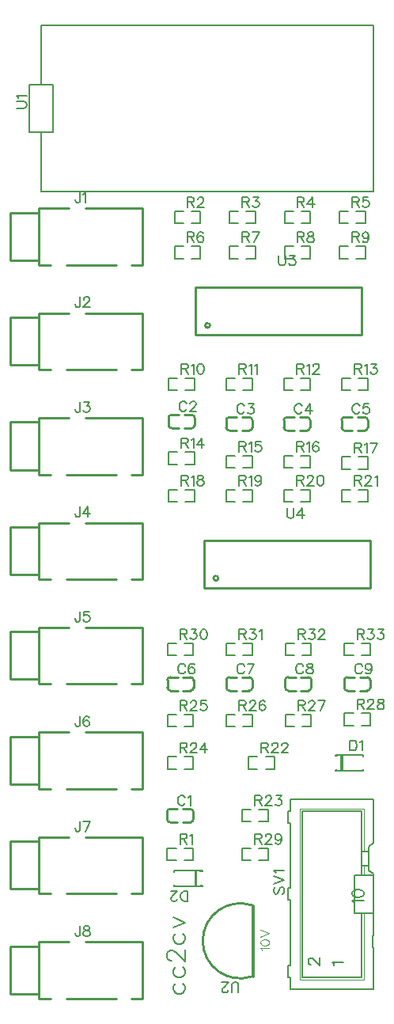
<source format=gto>
G04 Layer: TopSilkscreenLayer*
G04 EasyEDA v6.5.22, 2023-04-13 12:14:21*
G04 8c6dcb5ec9fe4ba2bbc49dbc1e847b49,f016fa541b524367aba1ea0f7d3472e8,10*
G04 Gerber Generator version 0.2*
G04 Scale: 100 percent, Rotated: No, Reflected: No *
G04 Dimensions in millimeters *
G04 leading zeros omitted , absolute positions ,4 integer and 5 decimal *
%FSLAX45Y45*%
%MOMM*%

%ADD10C,0.2032*%
%ADD11C,0.1524*%
%ADD12C,0.1270*%
%ADD13C,0.1000*%
%ADD14C,0.2540*%
%ADD15C,0.1520*%
%ADD16C,0.0508*%
%ADD17C,0.2286*%
%ADD18C,0.0115*%

%LPD*%
D10*
X1474723Y237744D02*
G01*
X1456436Y219455D01*
X1447037Y200913D01*
X1447037Y173228D01*
X1456436Y154686D01*
X1474723Y136144D01*
X1502410Y127000D01*
X1520952Y127000D01*
X1548637Y136144D01*
X1567179Y154686D01*
X1576323Y173228D01*
X1576323Y200913D01*
X1567179Y219455D01*
X1548637Y237744D01*
X1474723Y409702D02*
G01*
X1456436Y391160D01*
X1447037Y372618D01*
X1447037Y344931D01*
X1456436Y326389D01*
X1474723Y308102D01*
X1502410Y298704D01*
X1520952Y298704D01*
X1548637Y308102D01*
X1567179Y326389D01*
X1576323Y344931D01*
X1576323Y372618D01*
X1567179Y391160D01*
X1548637Y409702D01*
X1428750Y479805D02*
G01*
X1419352Y479805D01*
X1400810Y488950D01*
X1391665Y498347D01*
X1382521Y516889D01*
X1382521Y553720D01*
X1391665Y572262D01*
X1400810Y581405D01*
X1419352Y590550D01*
X1437894Y590550D01*
X1456436Y581405D01*
X1484121Y562863D01*
X1576323Y470662D01*
X1576323Y599947D01*
X1474723Y771652D02*
G01*
X1456436Y753110D01*
X1447037Y734821D01*
X1447037Y707136D01*
X1456436Y688594D01*
X1474723Y670052D01*
X1502410Y660907D01*
X1520952Y660907D01*
X1548637Y670052D01*
X1567179Y688594D01*
X1576323Y707136D01*
X1576323Y734821D01*
X1567179Y753110D01*
X1548637Y771652D01*
X1447037Y832612D02*
G01*
X1576323Y887984D01*
X1447037Y943610D02*
G01*
X1576323Y887984D01*
D11*
X1576578Y2223007D02*
G01*
X1571244Y2233421D01*
X1560829Y2243836D01*
X1550670Y2248915D01*
X1529842Y2248915D01*
X1519428Y2243836D01*
X1509013Y2233421D01*
X1503679Y2223007D01*
X1498600Y2207260D01*
X1498600Y2181352D01*
X1503679Y2165857D01*
X1509013Y2155444D01*
X1519428Y2145029D01*
X1529842Y2139950D01*
X1550670Y2139950D01*
X1560829Y2145029D01*
X1571244Y2155444D01*
X1576578Y2165857D01*
X1610868Y2228087D02*
G01*
X1621281Y2233421D01*
X1636776Y2248915D01*
X1636776Y2139950D01*
X1591317Y6439407D02*
G01*
X1585983Y6449821D01*
X1575569Y6460236D01*
X1565409Y6465315D01*
X1544581Y6465315D01*
X1534167Y6460236D01*
X1523753Y6449821D01*
X1518419Y6439407D01*
X1513339Y6423660D01*
X1513339Y6397752D01*
X1518419Y6382257D01*
X1523753Y6371844D01*
X1534167Y6361429D01*
X1544581Y6356350D01*
X1565409Y6356350D01*
X1575569Y6361429D01*
X1585983Y6371844D01*
X1591317Y6382257D01*
X1630687Y6439407D02*
G01*
X1630687Y6444487D01*
X1636021Y6454902D01*
X1641101Y6460236D01*
X1651515Y6465315D01*
X1672343Y6465315D01*
X1682757Y6460236D01*
X1687837Y6454902D01*
X1693171Y6444487D01*
X1693171Y6434073D01*
X1687837Y6423660D01*
X1677423Y6408165D01*
X1625607Y6356350D01*
X1698251Y6356350D01*
X2208705Y6414007D02*
G01*
X2203371Y6424421D01*
X2192957Y6434836D01*
X2182797Y6439915D01*
X2161969Y6439915D01*
X2151555Y6434836D01*
X2141141Y6424421D01*
X2135807Y6414007D01*
X2130727Y6398260D01*
X2130727Y6372352D01*
X2135807Y6356857D01*
X2141141Y6346444D01*
X2151555Y6336029D01*
X2161969Y6330950D01*
X2182797Y6330950D01*
X2192957Y6336029D01*
X2203371Y6346444D01*
X2208705Y6356857D01*
X2253409Y6439915D02*
G01*
X2310559Y6439915D01*
X2279317Y6398260D01*
X2294811Y6398260D01*
X2305225Y6393179D01*
X2310559Y6388100D01*
X2315639Y6372352D01*
X2315639Y6361937D01*
X2310559Y6346444D01*
X2300145Y6336029D01*
X2284397Y6330950D01*
X2268903Y6330950D01*
X2253409Y6336029D01*
X2248075Y6341110D01*
X2242995Y6351523D01*
X2826092Y6414515D02*
G01*
X2820758Y6424929D01*
X2810344Y6435344D01*
X2800184Y6440423D01*
X2779356Y6440423D01*
X2768942Y6435344D01*
X2758528Y6424929D01*
X2753194Y6414515D01*
X2748114Y6398768D01*
X2748114Y6372860D01*
X2753194Y6357365D01*
X2758528Y6346952D01*
X2768942Y6336537D01*
X2779356Y6331457D01*
X2800184Y6331457D01*
X2810344Y6336537D01*
X2820758Y6346952D01*
X2826092Y6357365D01*
X2912198Y6440423D02*
G01*
X2860382Y6367779D01*
X2938360Y6367779D01*
X2912198Y6440423D02*
G01*
X2912198Y6331457D01*
X3443477Y6414515D02*
G01*
X3438143Y6424929D01*
X3427729Y6435344D01*
X3417570Y6440423D01*
X3396741Y6440423D01*
X3386327Y6435344D01*
X3375913Y6424929D01*
X3370579Y6414515D01*
X3365500Y6398768D01*
X3365500Y6372860D01*
X3370579Y6357365D01*
X3375913Y6346952D01*
X3386327Y6336537D01*
X3396741Y6331457D01*
X3417570Y6331457D01*
X3427729Y6336537D01*
X3438143Y6346952D01*
X3443477Y6357365D01*
X3539997Y6440423D02*
G01*
X3488181Y6440423D01*
X3482847Y6393687D01*
X3488181Y6398768D01*
X3503675Y6404102D01*
X3519170Y6404102D01*
X3534918Y6398768D01*
X3545331Y6388607D01*
X3550411Y6372860D01*
X3550411Y6362445D01*
X3545331Y6346952D01*
X3534918Y6336537D01*
X3519170Y6331457D01*
X3503675Y6331457D01*
X3488181Y6336537D01*
X3482847Y6341618D01*
X3477768Y6352031D01*
X1578617Y3632707D02*
G01*
X1573283Y3643121D01*
X1562869Y3653536D01*
X1552709Y3658615D01*
X1531881Y3658615D01*
X1521467Y3653536D01*
X1511053Y3643121D01*
X1505719Y3632707D01*
X1500639Y3616960D01*
X1500639Y3591052D01*
X1505719Y3575557D01*
X1511053Y3565144D01*
X1521467Y3554729D01*
X1531881Y3549650D01*
X1552709Y3549650D01*
X1562869Y3554729D01*
X1573283Y3565144D01*
X1578617Y3575557D01*
X1675137Y3643121D02*
G01*
X1670057Y3653536D01*
X1654309Y3658615D01*
X1644149Y3658615D01*
X1628401Y3653536D01*
X1617987Y3637787D01*
X1612907Y3611879D01*
X1612907Y3585971D01*
X1617987Y3565144D01*
X1628401Y3554729D01*
X1644149Y3549650D01*
X1649229Y3549650D01*
X1664723Y3554729D01*
X1675137Y3565144D01*
X1680471Y3580637D01*
X1680471Y3585971D01*
X1675137Y3601465D01*
X1664723Y3611879D01*
X1649229Y3616960D01*
X1644149Y3616960D01*
X1628401Y3611879D01*
X1617987Y3601465D01*
X1612907Y3585971D01*
X2209213Y3632707D02*
G01*
X2203879Y3643121D01*
X2193465Y3653536D01*
X2183305Y3658615D01*
X2162477Y3658615D01*
X2152063Y3653536D01*
X2141649Y3643121D01*
X2136315Y3632707D01*
X2131235Y3616960D01*
X2131235Y3591052D01*
X2136315Y3575557D01*
X2141649Y3565144D01*
X2152063Y3554729D01*
X2162477Y3549650D01*
X2183305Y3549650D01*
X2193465Y3554729D01*
X2203879Y3565144D01*
X2209213Y3575557D01*
X2316147Y3658615D02*
G01*
X2264331Y3549650D01*
X2243503Y3658615D02*
G01*
X2316147Y3658615D01*
X2839813Y3632707D02*
G01*
X2834479Y3643121D01*
X2824065Y3653536D01*
X2813905Y3658615D01*
X2793077Y3658615D01*
X2782663Y3653536D01*
X2772249Y3643121D01*
X2766915Y3632707D01*
X2761835Y3616960D01*
X2761835Y3591052D01*
X2766915Y3575557D01*
X2772249Y3565144D01*
X2782663Y3554729D01*
X2793077Y3549650D01*
X2813905Y3549650D01*
X2824065Y3554729D01*
X2834479Y3565144D01*
X2839813Y3575557D01*
X2900011Y3658615D02*
G01*
X2884517Y3653536D01*
X2879183Y3643121D01*
X2879183Y3632707D01*
X2884517Y3622294D01*
X2894931Y3616960D01*
X2915505Y3611879D01*
X2931253Y3606800D01*
X2941667Y3596386D01*
X2946747Y3585971D01*
X2946747Y3570223D01*
X2941667Y3559810D01*
X2936333Y3554729D01*
X2920839Y3549650D01*
X2900011Y3549650D01*
X2884517Y3554729D01*
X2879183Y3559810D01*
X2874103Y3570223D01*
X2874103Y3585971D01*
X2879183Y3596386D01*
X2889597Y3606800D01*
X2905345Y3611879D01*
X2925919Y3616960D01*
X2936333Y3622294D01*
X2941667Y3632707D01*
X2941667Y3643121D01*
X2936333Y3653536D01*
X2920839Y3658615D01*
X2900011Y3658615D01*
X3470414Y3632707D02*
G01*
X3465080Y3643121D01*
X3454666Y3653536D01*
X3444506Y3658615D01*
X3423678Y3658615D01*
X3413264Y3653536D01*
X3402850Y3643121D01*
X3397516Y3632707D01*
X3392436Y3616960D01*
X3392436Y3591052D01*
X3397516Y3575557D01*
X3402850Y3565144D01*
X3413264Y3554729D01*
X3423678Y3549650D01*
X3444506Y3549650D01*
X3454666Y3554729D01*
X3465080Y3565144D01*
X3470414Y3575557D01*
X3572268Y3622294D02*
G01*
X3566934Y3606800D01*
X3556520Y3596386D01*
X3541026Y3591052D01*
X3535946Y3591052D01*
X3520198Y3596386D01*
X3509784Y3606800D01*
X3504704Y3622294D01*
X3504704Y3627373D01*
X3509784Y3643121D01*
X3520198Y3653536D01*
X3535946Y3658615D01*
X3541026Y3658615D01*
X3556520Y3653536D01*
X3566934Y3643121D01*
X3572268Y3622294D01*
X3572268Y3596386D01*
X3566934Y3570223D01*
X3556520Y3554729D01*
X3541026Y3549650D01*
X3530612Y3549650D01*
X3515118Y3554729D01*
X3509784Y3565144D01*
X3340100Y2837045D02*
G01*
X3340100Y2728079D01*
X3340100Y2837045D02*
G01*
X3376422Y2837045D01*
X3392170Y2831965D01*
X3402329Y2821551D01*
X3407663Y2811137D01*
X3412743Y2795389D01*
X3412743Y2769481D01*
X3407663Y2753987D01*
X3402329Y2743573D01*
X3392170Y2733159D01*
X3376422Y2728079D01*
X3340100Y2728079D01*
X3447034Y2816217D02*
G01*
X3457447Y2821551D01*
X3473195Y2837045D01*
X3473195Y2728079D01*
X1600200Y1116584D02*
G01*
X1600200Y1225550D01*
X1600200Y1116584D02*
G01*
X1563878Y1116584D01*
X1548129Y1121663D01*
X1537970Y1132078D01*
X1532636Y1142492D01*
X1527555Y1158239D01*
X1527555Y1184147D01*
X1532636Y1199642D01*
X1537970Y1210055D01*
X1548129Y1220470D01*
X1563878Y1225550D01*
X1600200Y1225550D01*
X1487931Y1142492D02*
G01*
X1487931Y1137412D01*
X1482852Y1126997D01*
X1477518Y1121663D01*
X1467104Y1116584D01*
X1446529Y1116584D01*
X1436115Y1121663D01*
X1430781Y1126997D01*
X1425702Y1137412D01*
X1425702Y1147826D01*
X1430781Y1158239D01*
X1441195Y1173734D01*
X1493265Y1225550D01*
X1420368Y1225550D01*
X451370Y8700515D02*
G01*
X451370Y8617458D01*
X446036Y8601710D01*
X440956Y8596629D01*
X430542Y8591550D01*
X420128Y8591550D01*
X409714Y8596629D01*
X404380Y8601710D01*
X399300Y8617458D01*
X399300Y8627871D01*
X485660Y8679687D02*
G01*
X495820Y8685021D01*
X511568Y8700515D01*
X511568Y8591550D01*
X451370Y7579288D02*
G01*
X451370Y7496230D01*
X446036Y7480482D01*
X440956Y7475402D01*
X430542Y7470322D01*
X420128Y7470322D01*
X409714Y7475402D01*
X404380Y7480482D01*
X399300Y7496230D01*
X399300Y7506644D01*
X490740Y7553380D02*
G01*
X490740Y7558460D01*
X495820Y7568874D01*
X501154Y7574208D01*
X511568Y7579288D01*
X532396Y7579288D01*
X542810Y7574208D01*
X547890Y7568874D01*
X552970Y7558460D01*
X552970Y7548046D01*
X547890Y7537632D01*
X537476Y7522138D01*
X485660Y7470322D01*
X558304Y7470322D01*
X451370Y6458064D02*
G01*
X451370Y6375006D01*
X446036Y6359258D01*
X440956Y6354178D01*
X430542Y6349098D01*
X420128Y6349098D01*
X409714Y6354178D01*
X404380Y6359258D01*
X399300Y6375006D01*
X399300Y6385420D01*
X495820Y6458064D02*
G01*
X552970Y6458064D01*
X521982Y6416408D01*
X537476Y6416408D01*
X547890Y6411328D01*
X552970Y6406248D01*
X558304Y6390500D01*
X558304Y6380086D01*
X552970Y6364592D01*
X542810Y6354178D01*
X527062Y6349098D01*
X511568Y6349098D01*
X495820Y6354178D01*
X490740Y6359258D01*
X485660Y6369672D01*
X451370Y5336834D02*
G01*
X451370Y5253776D01*
X446036Y5238028D01*
X440956Y5232948D01*
X430542Y5227868D01*
X420128Y5227868D01*
X409714Y5232948D01*
X404380Y5238028D01*
X399300Y5253776D01*
X399300Y5264190D01*
X537476Y5336834D02*
G01*
X485660Y5264190D01*
X563384Y5264190D01*
X537476Y5336834D02*
G01*
X537476Y5227868D01*
X451370Y4215607D02*
G01*
X451370Y4132549D01*
X446036Y4116801D01*
X440956Y4111721D01*
X430542Y4106641D01*
X420128Y4106641D01*
X409714Y4111721D01*
X404380Y4116801D01*
X399300Y4132549D01*
X399300Y4142963D01*
X547890Y4215607D02*
G01*
X495820Y4215607D01*
X490740Y4168871D01*
X495820Y4173951D01*
X511568Y4179285D01*
X527062Y4179285D01*
X542810Y4173951D01*
X552970Y4163791D01*
X558304Y4148043D01*
X558304Y4137629D01*
X552970Y4122135D01*
X542810Y4111721D01*
X527062Y4106641D01*
X511568Y4106641D01*
X495820Y4111721D01*
X490740Y4116801D01*
X485660Y4127215D01*
X451370Y3094375D02*
G01*
X451370Y3011317D01*
X446036Y2995569D01*
X440956Y2990489D01*
X430542Y2985409D01*
X420128Y2985409D01*
X409714Y2990489D01*
X404380Y2995569D01*
X399300Y3011317D01*
X399300Y3021731D01*
X547890Y3078881D02*
G01*
X542810Y3089295D01*
X527062Y3094375D01*
X516648Y3094375D01*
X501154Y3089295D01*
X490740Y3073547D01*
X485660Y3047639D01*
X485660Y3021731D01*
X490740Y3000903D01*
X501154Y2990489D01*
X516648Y2985409D01*
X521982Y2985409D01*
X537476Y2990489D01*
X547890Y3000903D01*
X552970Y3016397D01*
X552970Y3021731D01*
X547890Y3037225D01*
X537476Y3047639D01*
X521982Y3052719D01*
X516648Y3052719D01*
X501154Y3047639D01*
X490740Y3037225D01*
X485660Y3021731D01*
X451370Y1973148D02*
G01*
X451370Y1890090D01*
X446036Y1874342D01*
X440956Y1869262D01*
X430542Y1864182D01*
X420128Y1864182D01*
X409714Y1869262D01*
X404380Y1874342D01*
X399300Y1890090D01*
X399300Y1900504D01*
X558304Y1973148D02*
G01*
X506234Y1864182D01*
X485660Y1973148D02*
G01*
X558304Y1973148D01*
X451370Y851915D02*
G01*
X451370Y768857D01*
X446036Y753110D01*
X440956Y748029D01*
X430542Y742950D01*
X420128Y742950D01*
X409714Y748029D01*
X404380Y753110D01*
X399300Y768857D01*
X399300Y779271D01*
X511568Y851915D02*
G01*
X495820Y846836D01*
X490740Y836421D01*
X490740Y826007D01*
X495820Y815594D01*
X506234Y810260D01*
X527062Y805179D01*
X542810Y800100D01*
X552970Y789686D01*
X558304Y779271D01*
X558304Y763523D01*
X552970Y753110D01*
X547890Y748029D01*
X532396Y742950D01*
X511568Y742950D01*
X495820Y748029D01*
X490740Y753110D01*
X485660Y763523D01*
X485660Y779271D01*
X490740Y789686D01*
X501154Y800100D01*
X516648Y805179D01*
X537476Y810260D01*
X547890Y815594D01*
X552970Y826007D01*
X552970Y836421D01*
X547890Y846836D01*
X532396Y851915D01*
X511568Y851915D01*
X1521952Y1836165D02*
G01*
X1521952Y1727200D01*
X1521952Y1836165D02*
G01*
X1568688Y1836165D01*
X1584182Y1831086D01*
X1589516Y1825752D01*
X1594596Y1815337D01*
X1594596Y1804923D01*
X1589516Y1794510D01*
X1584182Y1789429D01*
X1568688Y1784350D01*
X1521952Y1784350D01*
X1558274Y1784350D02*
G01*
X1594596Y1727200D01*
X1628886Y1815337D02*
G01*
X1639300Y1820671D01*
X1655048Y1836165D01*
X1655048Y1727200D01*
X1600200Y8649715D02*
G01*
X1600200Y8540750D01*
X1600200Y8649715D02*
G01*
X1646936Y8649715D01*
X1662429Y8644636D01*
X1667763Y8639302D01*
X1672844Y8628887D01*
X1672844Y8618474D01*
X1667763Y8608060D01*
X1662429Y8602979D01*
X1646936Y8597900D01*
X1600200Y8597900D01*
X1636521Y8597900D02*
G01*
X1672844Y8540750D01*
X1712468Y8623808D02*
G01*
X1712468Y8628887D01*
X1717547Y8639302D01*
X1722881Y8644636D01*
X1733295Y8649715D01*
X1753870Y8649715D01*
X1764284Y8644636D01*
X1769618Y8639302D01*
X1774697Y8628887D01*
X1774697Y8618474D01*
X1769618Y8608060D01*
X1759204Y8592565D01*
X1707134Y8540750D01*
X1780031Y8540750D01*
X2188636Y8649715D02*
G01*
X2188636Y8540750D01*
X2188636Y8649715D02*
G01*
X2235372Y8649715D01*
X2250866Y8644636D01*
X2256200Y8639302D01*
X2261280Y8628887D01*
X2261280Y8618474D01*
X2256200Y8608060D01*
X2250866Y8602979D01*
X2235372Y8597900D01*
X2188636Y8597900D01*
X2224958Y8597900D02*
G01*
X2261280Y8540750D01*
X2305984Y8649715D02*
G01*
X2363134Y8649715D01*
X2332146Y8608060D01*
X2347640Y8608060D01*
X2358054Y8602979D01*
X2363134Y8597900D01*
X2368468Y8582152D01*
X2368468Y8571737D01*
X2363134Y8556244D01*
X2352720Y8545829D01*
X2337226Y8540750D01*
X2321732Y8540750D01*
X2305984Y8545829D01*
X2300904Y8550910D01*
X2295570Y8561324D01*
X2777063Y8649715D02*
G01*
X2777063Y8540750D01*
X2777063Y8649715D02*
G01*
X2823799Y8649715D01*
X2839293Y8644636D01*
X2844627Y8639302D01*
X2849707Y8628887D01*
X2849707Y8618474D01*
X2844627Y8608060D01*
X2839293Y8602979D01*
X2823799Y8597900D01*
X2777063Y8597900D01*
X2813385Y8597900D02*
G01*
X2849707Y8540750D01*
X2936067Y8649715D02*
G01*
X2883997Y8577071D01*
X2961975Y8577071D01*
X2936067Y8649715D02*
G01*
X2936067Y8540750D01*
X3365500Y8649715D02*
G01*
X3365500Y8540750D01*
X3365500Y8649715D02*
G01*
X3412236Y8649715D01*
X3427729Y8644636D01*
X3433063Y8639302D01*
X3438143Y8628887D01*
X3438143Y8618474D01*
X3433063Y8608060D01*
X3427729Y8602979D01*
X3412236Y8597900D01*
X3365500Y8597900D01*
X3401822Y8597900D02*
G01*
X3438143Y8540750D01*
X3534918Y8649715D02*
G01*
X3482847Y8649715D01*
X3477768Y8602979D01*
X3482847Y8608060D01*
X3498595Y8613394D01*
X3514090Y8613394D01*
X3529584Y8608060D01*
X3539997Y8597900D01*
X3545331Y8582152D01*
X3545331Y8571737D01*
X3539997Y8556244D01*
X3529584Y8545829D01*
X3514090Y8540750D01*
X3498595Y8540750D01*
X3482847Y8545829D01*
X3477768Y8550910D01*
X3472434Y8561324D01*
X1600200Y8275065D02*
G01*
X1600200Y8166100D01*
X1600200Y8275065D02*
G01*
X1646936Y8275065D01*
X1662429Y8269986D01*
X1667763Y8264652D01*
X1672844Y8254237D01*
X1672844Y8243823D01*
X1667763Y8233410D01*
X1662429Y8228329D01*
X1646936Y8223250D01*
X1600200Y8223250D01*
X1636521Y8223250D02*
G01*
X1672844Y8166100D01*
X1769618Y8259571D02*
G01*
X1764284Y8269986D01*
X1748789Y8275065D01*
X1738376Y8275065D01*
X1722881Y8269986D01*
X1712468Y8254237D01*
X1707134Y8228329D01*
X1707134Y8202421D01*
X1712468Y8181594D01*
X1722881Y8171179D01*
X1738376Y8166100D01*
X1743710Y8166100D01*
X1759204Y8171179D01*
X1769618Y8181594D01*
X1774697Y8197087D01*
X1774697Y8202421D01*
X1769618Y8217915D01*
X1759204Y8228329D01*
X1743710Y8233410D01*
X1738376Y8233410D01*
X1722881Y8228329D01*
X1712468Y8217915D01*
X1707134Y8202421D01*
X2188634Y8275065D02*
G01*
X2188634Y8166100D01*
X2188634Y8275065D02*
G01*
X2235370Y8275065D01*
X2250864Y8269986D01*
X2256198Y8264652D01*
X2261278Y8254237D01*
X2261278Y8243823D01*
X2256198Y8233410D01*
X2250864Y8228329D01*
X2235370Y8223250D01*
X2188634Y8223250D01*
X2224956Y8223250D02*
G01*
X2261278Y8166100D01*
X2368466Y8275065D02*
G01*
X2316396Y8166100D01*
X2295568Y8275065D02*
G01*
X2368466Y8275065D01*
X2777065Y8275065D02*
G01*
X2777065Y8166100D01*
X2777065Y8275065D02*
G01*
X2823801Y8275065D01*
X2839295Y8269986D01*
X2844629Y8264652D01*
X2849709Y8254237D01*
X2849709Y8243823D01*
X2844629Y8233410D01*
X2839295Y8228329D01*
X2823801Y8223250D01*
X2777065Y8223250D01*
X2813387Y8223250D02*
G01*
X2849709Y8166100D01*
X2910161Y8275065D02*
G01*
X2894413Y8269986D01*
X2889333Y8259571D01*
X2889333Y8249158D01*
X2894413Y8238744D01*
X2904827Y8233410D01*
X2925655Y8228329D01*
X2941149Y8223250D01*
X2951563Y8212836D01*
X2956897Y8202421D01*
X2956897Y8186673D01*
X2951563Y8176260D01*
X2946483Y8171179D01*
X2930735Y8166100D01*
X2910161Y8166100D01*
X2894413Y8171179D01*
X2889333Y8176260D01*
X2883999Y8186673D01*
X2883999Y8202421D01*
X2889333Y8212836D01*
X2899747Y8223250D01*
X2915241Y8228329D01*
X2936069Y8233410D01*
X2946483Y8238744D01*
X2951563Y8249158D01*
X2951563Y8259571D01*
X2946483Y8269986D01*
X2930735Y8275065D01*
X2910161Y8275065D01*
X3365500Y8275065D02*
G01*
X3365500Y8166100D01*
X3365500Y8275065D02*
G01*
X3412236Y8275065D01*
X3427729Y8269986D01*
X3433063Y8264652D01*
X3438143Y8254237D01*
X3438143Y8243823D01*
X3433063Y8233410D01*
X3427729Y8228329D01*
X3412236Y8223250D01*
X3365500Y8223250D01*
X3401822Y8223250D02*
G01*
X3438143Y8166100D01*
X3539997Y8238744D02*
G01*
X3534918Y8223250D01*
X3524504Y8212836D01*
X3509009Y8207502D01*
X3503675Y8207502D01*
X3488181Y8212836D01*
X3477768Y8223250D01*
X3472434Y8238744D01*
X3472434Y8243823D01*
X3477768Y8259571D01*
X3488181Y8269986D01*
X3503675Y8275065D01*
X3509009Y8275065D01*
X3524504Y8269986D01*
X3534918Y8259571D01*
X3539997Y8238744D01*
X3539997Y8212836D01*
X3534918Y8186673D01*
X3524504Y8171179D01*
X3509009Y8166100D01*
X3498595Y8166100D01*
X3482847Y8171179D01*
X3477768Y8181594D01*
X1536700Y6865365D02*
G01*
X1536700Y6756400D01*
X1536700Y6865365D02*
G01*
X1583436Y6865365D01*
X1598929Y6860286D01*
X1604263Y6854952D01*
X1609344Y6844537D01*
X1609344Y6834123D01*
X1604263Y6823710D01*
X1598929Y6818629D01*
X1583436Y6813550D01*
X1536700Y6813550D01*
X1573021Y6813550D02*
G01*
X1609344Y6756400D01*
X1643634Y6844537D02*
G01*
X1654047Y6849871D01*
X1669795Y6865365D01*
X1669795Y6756400D01*
X1735073Y6865365D02*
G01*
X1719579Y6860286D01*
X1709165Y6844537D01*
X1704086Y6818629D01*
X1704086Y6803136D01*
X1709165Y6776973D01*
X1719579Y6761479D01*
X1735073Y6756400D01*
X1745487Y6756400D01*
X1761236Y6761479D01*
X1771650Y6776973D01*
X1776729Y6803136D01*
X1776729Y6818629D01*
X1771650Y6844537D01*
X1761236Y6860286D01*
X1745487Y6865365D01*
X1735073Y6865365D01*
X2154936Y6865365D02*
G01*
X2154936Y6756400D01*
X2154936Y6865365D02*
G01*
X2201672Y6865365D01*
X2217165Y6860286D01*
X2222500Y6854952D01*
X2227579Y6844537D01*
X2227579Y6834123D01*
X2222500Y6823710D01*
X2217165Y6818629D01*
X2201672Y6813550D01*
X2154936Y6813550D01*
X2191258Y6813550D02*
G01*
X2227579Y6756400D01*
X2261870Y6844537D02*
G01*
X2272284Y6849871D01*
X2288031Y6865365D01*
X2288031Y6756400D01*
X2322322Y6844537D02*
G01*
X2332736Y6849871D01*
X2348229Y6865365D01*
X2348229Y6756400D01*
X2773159Y6865365D02*
G01*
X2773159Y6756400D01*
X2773159Y6865365D02*
G01*
X2819895Y6865365D01*
X2835389Y6860286D01*
X2840723Y6854952D01*
X2845803Y6844537D01*
X2845803Y6834123D01*
X2840723Y6823710D01*
X2835389Y6818629D01*
X2819895Y6813550D01*
X2773159Y6813550D01*
X2809481Y6813550D02*
G01*
X2845803Y6756400D01*
X2880093Y6844537D02*
G01*
X2890507Y6849871D01*
X2906255Y6865365D01*
X2906255Y6756400D01*
X2945625Y6839458D02*
G01*
X2945625Y6844537D01*
X2950959Y6854952D01*
X2956039Y6860286D01*
X2966453Y6865365D01*
X2987281Y6865365D01*
X2997695Y6860286D01*
X3002775Y6854952D01*
X3008109Y6844537D01*
X3008109Y6834123D01*
X3002775Y6823710D01*
X2992361Y6808215D01*
X2940545Y6756400D01*
X3013189Y6756400D01*
X3391395Y6865365D02*
G01*
X3391395Y6756400D01*
X3391395Y6865365D02*
G01*
X3438131Y6865365D01*
X3453625Y6860286D01*
X3458959Y6854952D01*
X3464039Y6844537D01*
X3464039Y6834123D01*
X3458959Y6823710D01*
X3453625Y6818629D01*
X3438131Y6813550D01*
X3391395Y6813550D01*
X3427717Y6813550D02*
G01*
X3464039Y6756400D01*
X3498329Y6844537D02*
G01*
X3508743Y6849871D01*
X3524491Y6865365D01*
X3524491Y6756400D01*
X3569195Y6865365D02*
G01*
X3626345Y6865365D01*
X3595103Y6823710D01*
X3610597Y6823710D01*
X3621011Y6818629D01*
X3626345Y6813550D01*
X3631425Y6797802D01*
X3631425Y6787387D01*
X3626345Y6771894D01*
X3615931Y6761479D01*
X3600183Y6756400D01*
X3584689Y6756400D01*
X3569195Y6761479D01*
X3563861Y6766560D01*
X3558781Y6776973D01*
X1536700Y6071615D02*
G01*
X1536700Y5962650D01*
X1536700Y6071615D02*
G01*
X1583436Y6071615D01*
X1598929Y6066536D01*
X1604263Y6061202D01*
X1609344Y6050787D01*
X1609344Y6040373D01*
X1604263Y6029960D01*
X1598929Y6024879D01*
X1583436Y6019800D01*
X1536700Y6019800D01*
X1573021Y6019800D02*
G01*
X1609344Y5962650D01*
X1643634Y6050787D02*
G01*
X1654047Y6056121D01*
X1669795Y6071615D01*
X1669795Y5962650D01*
X1755902Y6071615D02*
G01*
X1704086Y5998971D01*
X1781810Y5998971D01*
X1755902Y6071615D02*
G01*
X1755902Y5962650D01*
X2154930Y6033515D02*
G01*
X2154930Y5924550D01*
X2154930Y6033515D02*
G01*
X2201666Y6033515D01*
X2217160Y6028436D01*
X2222494Y6023102D01*
X2227574Y6012687D01*
X2227574Y6002273D01*
X2222494Y5991860D01*
X2217160Y5986779D01*
X2201666Y5981700D01*
X2154930Y5981700D01*
X2191252Y5981700D02*
G01*
X2227574Y5924550D01*
X2261864Y6012687D02*
G01*
X2272278Y6018021D01*
X2288026Y6033515D01*
X2288026Y5924550D01*
X2384546Y6033515D02*
G01*
X2332730Y6033515D01*
X2327396Y5986779D01*
X2332730Y5991860D01*
X2348224Y5997194D01*
X2363718Y5997194D01*
X2379466Y5991860D01*
X2389880Y5981700D01*
X2394960Y5965952D01*
X2394960Y5955537D01*
X2389880Y5940044D01*
X2379466Y5929629D01*
X2363718Y5924550D01*
X2348224Y5924550D01*
X2332730Y5929629D01*
X2327396Y5934710D01*
X2322316Y5945123D01*
X2773164Y6033515D02*
G01*
X2773164Y5924550D01*
X2773164Y6033515D02*
G01*
X2819900Y6033515D01*
X2835394Y6028436D01*
X2840728Y6023102D01*
X2845808Y6012687D01*
X2845808Y6002273D01*
X2840728Y5991860D01*
X2835394Y5986779D01*
X2819900Y5981700D01*
X2773164Y5981700D01*
X2809486Y5981700D02*
G01*
X2845808Y5924550D01*
X2880098Y6012687D02*
G01*
X2890512Y6018021D01*
X2906260Y6033515D01*
X2906260Y5924550D01*
X3002780Y6018021D02*
G01*
X2997700Y6028436D01*
X2981952Y6033515D01*
X2971538Y6033515D01*
X2956044Y6028436D01*
X2945630Y6012687D01*
X2940550Y5986779D01*
X2940550Y5960871D01*
X2945630Y5940044D01*
X2956044Y5929629D01*
X2971538Y5924550D01*
X2976872Y5924550D01*
X2992366Y5929629D01*
X3002780Y5940044D01*
X3008114Y5955537D01*
X3008114Y5960871D01*
X3002780Y5976365D01*
X2992366Y5986779D01*
X2976872Y5991860D01*
X2971538Y5991860D01*
X2956044Y5986779D01*
X2945630Y5976365D01*
X2940550Y5960871D01*
X3391395Y6020815D02*
G01*
X3391395Y5911850D01*
X3391395Y6020815D02*
G01*
X3438131Y6020815D01*
X3453625Y6015736D01*
X3458959Y6010402D01*
X3464039Y5999987D01*
X3464039Y5989573D01*
X3458959Y5979160D01*
X3453625Y5974079D01*
X3438131Y5969000D01*
X3391395Y5969000D01*
X3427717Y5969000D02*
G01*
X3464039Y5911850D01*
X3498329Y5999987D02*
G01*
X3508743Y6005321D01*
X3524491Y6020815D01*
X3524491Y5911850D01*
X3631425Y6020815D02*
G01*
X3579355Y5911850D01*
X3558781Y6020815D02*
G01*
X3631425Y6020815D01*
X1536700Y5672073D02*
G01*
X1536700Y5563107D01*
X1536700Y5672073D02*
G01*
X1583436Y5672073D01*
X1598929Y5666994D01*
X1604263Y5661660D01*
X1609344Y5651245D01*
X1609344Y5640831D01*
X1604263Y5630418D01*
X1598929Y5625337D01*
X1583436Y5620257D01*
X1536700Y5620257D01*
X1573021Y5620257D02*
G01*
X1609344Y5563107D01*
X1643634Y5651245D02*
G01*
X1654047Y5656579D01*
X1669795Y5672073D01*
X1669795Y5563107D01*
X1729994Y5672073D02*
G01*
X1714500Y5666994D01*
X1709165Y5656579D01*
X1709165Y5646165D01*
X1714500Y5635752D01*
X1724660Y5630418D01*
X1745487Y5625337D01*
X1761236Y5620257D01*
X1771650Y5609844D01*
X1776729Y5599429D01*
X1776729Y5583681D01*
X1771650Y5573268D01*
X1766315Y5568187D01*
X1750821Y5563107D01*
X1729994Y5563107D01*
X1714500Y5568187D01*
X1709165Y5573268D01*
X1704086Y5583681D01*
X1704086Y5599429D01*
X1709165Y5609844D01*
X1719579Y5620257D01*
X1735073Y5625337D01*
X1755902Y5630418D01*
X1766315Y5635752D01*
X1771650Y5646165D01*
X1771650Y5656579D01*
X1766315Y5666994D01*
X1750821Y5672073D01*
X1729994Y5672073D01*
X2154936Y5672073D02*
G01*
X2154936Y5563107D01*
X2154936Y5672073D02*
G01*
X2201672Y5672073D01*
X2217165Y5666994D01*
X2222500Y5661660D01*
X2227579Y5651245D01*
X2227579Y5640831D01*
X2222500Y5630418D01*
X2217165Y5625337D01*
X2201672Y5620257D01*
X2154936Y5620257D01*
X2191258Y5620257D02*
G01*
X2227579Y5563107D01*
X2261870Y5651245D02*
G01*
X2272284Y5656579D01*
X2288031Y5672073D01*
X2288031Y5563107D01*
X2389886Y5635752D02*
G01*
X2384552Y5620257D01*
X2374138Y5609844D01*
X2358643Y5604510D01*
X2353309Y5604510D01*
X2337815Y5609844D01*
X2327402Y5620257D01*
X2322322Y5635752D01*
X2322322Y5640831D01*
X2327402Y5656579D01*
X2337815Y5666994D01*
X2353309Y5672073D01*
X2358643Y5672073D01*
X2374138Y5666994D01*
X2384552Y5656579D01*
X2389886Y5635752D01*
X2389886Y5609844D01*
X2384552Y5583681D01*
X2374138Y5568187D01*
X2358643Y5563107D01*
X2348229Y5563107D01*
X2332736Y5568187D01*
X2327402Y5578602D01*
X2773159Y5672073D02*
G01*
X2773159Y5563107D01*
X2773159Y5672073D02*
G01*
X2819895Y5672073D01*
X2835389Y5666994D01*
X2840723Y5661660D01*
X2845803Y5651245D01*
X2845803Y5640831D01*
X2840723Y5630418D01*
X2835389Y5625337D01*
X2819895Y5620257D01*
X2773159Y5620257D01*
X2809481Y5620257D02*
G01*
X2845803Y5563107D01*
X2885427Y5646165D02*
G01*
X2885427Y5651245D01*
X2890507Y5661660D01*
X2895841Y5666994D01*
X2906255Y5672073D01*
X2926829Y5672073D01*
X2937243Y5666994D01*
X2942577Y5661660D01*
X2947657Y5651245D01*
X2947657Y5640831D01*
X2942577Y5630418D01*
X2932163Y5614923D01*
X2880093Y5563107D01*
X2952991Y5563107D01*
X3018269Y5672073D02*
G01*
X3002775Y5666994D01*
X2992361Y5651245D01*
X2987281Y5625337D01*
X2987281Y5609844D01*
X2992361Y5583681D01*
X3002775Y5568187D01*
X3018269Y5563107D01*
X3028683Y5563107D01*
X3044431Y5568187D01*
X3054845Y5583681D01*
X3059925Y5609844D01*
X3059925Y5625337D01*
X3054845Y5651245D01*
X3044431Y5666994D01*
X3028683Y5672073D01*
X3018269Y5672073D01*
X3391395Y5672073D02*
G01*
X3391395Y5563107D01*
X3391395Y5672073D02*
G01*
X3438131Y5672073D01*
X3453625Y5666994D01*
X3458959Y5661660D01*
X3464039Y5651245D01*
X3464039Y5640831D01*
X3458959Y5630418D01*
X3453625Y5625337D01*
X3438131Y5620257D01*
X3391395Y5620257D01*
X3427717Y5620257D02*
G01*
X3464039Y5563107D01*
X3503663Y5646165D02*
G01*
X3503663Y5651245D01*
X3508743Y5661660D01*
X3514077Y5666994D01*
X3524491Y5672073D01*
X3545065Y5672073D01*
X3555479Y5666994D01*
X3560813Y5661660D01*
X3565893Y5651245D01*
X3565893Y5640831D01*
X3560813Y5630418D01*
X3550399Y5614923D01*
X3498329Y5563107D01*
X3571227Y5563107D01*
X3605517Y5651245D02*
G01*
X3615931Y5656579D01*
X3631425Y5672073D01*
X3631425Y5563107D01*
X2392934Y2811645D02*
G01*
X2392934Y2702679D01*
X2392934Y2811645D02*
G01*
X2439670Y2811645D01*
X2455163Y2806565D01*
X2460497Y2801231D01*
X2465577Y2790817D01*
X2465577Y2780403D01*
X2460497Y2769989D01*
X2455163Y2764909D01*
X2439670Y2759829D01*
X2392934Y2759829D01*
X2429256Y2759829D02*
G01*
X2465577Y2702679D01*
X2505202Y2785737D02*
G01*
X2505202Y2790817D01*
X2510281Y2801231D01*
X2515615Y2806565D01*
X2526029Y2811645D01*
X2546604Y2811645D01*
X2557018Y2806565D01*
X2562352Y2801231D01*
X2567431Y2790817D01*
X2567431Y2780403D01*
X2562352Y2769989D01*
X2551938Y2754495D01*
X2499868Y2702679D01*
X2572765Y2702679D01*
X2612136Y2785737D02*
G01*
X2612136Y2790817D01*
X2617470Y2801231D01*
X2622550Y2806565D01*
X2632963Y2811645D01*
X2653791Y2811645D01*
X2664206Y2806565D01*
X2669286Y2801231D01*
X2674620Y2790817D01*
X2674620Y2780403D01*
X2669286Y2769989D01*
X2658872Y2754495D01*
X2607056Y2702679D01*
X2679700Y2702679D01*
X2324100Y2248915D02*
G01*
X2324100Y2139950D01*
X2324100Y2248915D02*
G01*
X2370836Y2248915D01*
X2386329Y2243836D01*
X2391663Y2238502D01*
X2396743Y2228087D01*
X2396743Y2217673D01*
X2391663Y2207260D01*
X2386329Y2202179D01*
X2370836Y2197100D01*
X2324100Y2197100D01*
X2360422Y2197100D02*
G01*
X2396743Y2139950D01*
X2436368Y2223007D02*
G01*
X2436368Y2228087D01*
X2441447Y2238502D01*
X2446781Y2243836D01*
X2457195Y2248915D01*
X2477770Y2248915D01*
X2488184Y2243836D01*
X2493518Y2238502D01*
X2498597Y2228087D01*
X2498597Y2217673D01*
X2493518Y2207260D01*
X2483104Y2191765D01*
X2431034Y2139950D01*
X2503931Y2139950D01*
X2548636Y2248915D02*
G01*
X2605786Y2248915D01*
X2574543Y2207260D01*
X2590038Y2207260D01*
X2600452Y2202179D01*
X2605786Y2197100D01*
X2610865Y2181352D01*
X2610865Y2170937D01*
X2605786Y2155444D01*
X2595372Y2145029D01*
X2579624Y2139950D01*
X2564129Y2139950D01*
X2548636Y2145029D01*
X2543302Y2150110D01*
X2538222Y2160523D01*
X1524000Y2811645D02*
G01*
X1524000Y2702679D01*
X1524000Y2811645D02*
G01*
X1570736Y2811645D01*
X1586229Y2806565D01*
X1591563Y2801231D01*
X1596644Y2790817D01*
X1596644Y2780403D01*
X1591563Y2769989D01*
X1586229Y2764909D01*
X1570736Y2759829D01*
X1524000Y2759829D01*
X1560321Y2759829D02*
G01*
X1596644Y2702679D01*
X1636268Y2785737D02*
G01*
X1636268Y2790817D01*
X1641347Y2801231D01*
X1646681Y2806565D01*
X1657095Y2811645D01*
X1677670Y2811645D01*
X1688084Y2806565D01*
X1693418Y2801231D01*
X1698497Y2790817D01*
X1698497Y2780403D01*
X1693418Y2769989D01*
X1683004Y2754495D01*
X1630934Y2702679D01*
X1703831Y2702679D01*
X1789937Y2811645D02*
G01*
X1738121Y2739001D01*
X1816100Y2739001D01*
X1789937Y2811645D02*
G01*
X1789937Y2702679D01*
X1524000Y3264915D02*
G01*
X1524000Y3155950D01*
X1524000Y3264915D02*
G01*
X1570736Y3264915D01*
X1586229Y3259836D01*
X1591563Y3254502D01*
X1596644Y3244087D01*
X1596644Y3233673D01*
X1591563Y3223260D01*
X1586229Y3218179D01*
X1570736Y3213100D01*
X1524000Y3213100D01*
X1560321Y3213100D02*
G01*
X1596644Y3155950D01*
X1636268Y3239007D02*
G01*
X1636268Y3244087D01*
X1641347Y3254502D01*
X1646681Y3259836D01*
X1657095Y3264915D01*
X1677670Y3264915D01*
X1688084Y3259836D01*
X1693418Y3254502D01*
X1698497Y3244087D01*
X1698497Y3233673D01*
X1693418Y3223260D01*
X1683004Y3207765D01*
X1630934Y3155950D01*
X1703831Y3155950D01*
X1800352Y3264915D02*
G01*
X1748536Y3264915D01*
X1743202Y3218179D01*
X1748536Y3223260D01*
X1764029Y3228594D01*
X1779523Y3228594D01*
X1795271Y3223260D01*
X1805686Y3213100D01*
X1810765Y3197352D01*
X1810765Y3186937D01*
X1805686Y3171444D01*
X1795271Y3161029D01*
X1779523Y3155950D01*
X1764029Y3155950D01*
X1748536Y3161029D01*
X1743202Y3166110D01*
X1738121Y3176523D01*
X2155449Y3264915D02*
G01*
X2155449Y3155950D01*
X2155449Y3264915D02*
G01*
X2202185Y3264915D01*
X2217679Y3259836D01*
X2223013Y3254502D01*
X2228093Y3244087D01*
X2228093Y3233673D01*
X2223013Y3223260D01*
X2217679Y3218179D01*
X2202185Y3213100D01*
X2155449Y3213100D01*
X2191771Y3213100D02*
G01*
X2228093Y3155950D01*
X2267717Y3239007D02*
G01*
X2267717Y3244087D01*
X2272797Y3254502D01*
X2278131Y3259836D01*
X2288545Y3264915D01*
X2309119Y3264915D01*
X2319533Y3259836D01*
X2324867Y3254502D01*
X2329947Y3244087D01*
X2329947Y3233673D01*
X2324867Y3223260D01*
X2314453Y3207765D01*
X2262383Y3155950D01*
X2335281Y3155950D01*
X2431801Y3249421D02*
G01*
X2426721Y3259836D01*
X2410973Y3264915D01*
X2400559Y3264915D01*
X2385065Y3259836D01*
X2374651Y3244087D01*
X2369571Y3218179D01*
X2369571Y3192271D01*
X2374651Y3171444D01*
X2385065Y3161029D01*
X2400559Y3155950D01*
X2405893Y3155950D01*
X2421387Y3161029D01*
X2431801Y3171444D01*
X2437135Y3186937D01*
X2437135Y3192271D01*
X2431801Y3207765D01*
X2421387Y3218179D01*
X2405893Y3223260D01*
X2400559Y3223260D01*
X2385065Y3218179D01*
X2374651Y3207765D01*
X2369571Y3192271D01*
X2786885Y3264915D02*
G01*
X2786885Y3155950D01*
X2786885Y3264915D02*
G01*
X2833621Y3264915D01*
X2849115Y3259836D01*
X2854449Y3254502D01*
X2859529Y3244087D01*
X2859529Y3233673D01*
X2854449Y3223260D01*
X2849115Y3218179D01*
X2833621Y3213100D01*
X2786885Y3213100D01*
X2823207Y3213100D02*
G01*
X2859529Y3155950D01*
X2899153Y3239007D02*
G01*
X2899153Y3244087D01*
X2904233Y3254502D01*
X2909567Y3259836D01*
X2919981Y3264915D01*
X2940555Y3264915D01*
X2950969Y3259836D01*
X2956303Y3254502D01*
X2961383Y3244087D01*
X2961383Y3233673D01*
X2956303Y3223260D01*
X2945889Y3207765D01*
X2893819Y3155950D01*
X2966717Y3155950D01*
X3073651Y3264915D02*
G01*
X3021835Y3155950D01*
X3001007Y3264915D02*
G01*
X3073651Y3264915D01*
X3418334Y3277615D02*
G01*
X3418334Y3168650D01*
X3418334Y3277615D02*
G01*
X3465070Y3277615D01*
X3480564Y3272536D01*
X3485898Y3267202D01*
X3490978Y3256787D01*
X3490978Y3246373D01*
X3485898Y3235960D01*
X3480564Y3230879D01*
X3465070Y3225800D01*
X3418334Y3225800D01*
X3454656Y3225800D02*
G01*
X3490978Y3168650D01*
X3530602Y3251707D02*
G01*
X3530602Y3256787D01*
X3535682Y3267202D01*
X3541016Y3272536D01*
X3551430Y3277615D01*
X3572004Y3277615D01*
X3582418Y3272536D01*
X3587752Y3267202D01*
X3592832Y3256787D01*
X3592832Y3246373D01*
X3587752Y3235960D01*
X3577338Y3220465D01*
X3525268Y3168650D01*
X3598166Y3168650D01*
X3658364Y3277615D02*
G01*
X3642870Y3272536D01*
X3637536Y3262121D01*
X3637536Y3251707D01*
X3642870Y3241294D01*
X3653284Y3235960D01*
X3673858Y3230879D01*
X3689606Y3225800D01*
X3700020Y3215386D01*
X3705100Y3204971D01*
X3705100Y3189223D01*
X3700020Y3178810D01*
X3694686Y3173729D01*
X3679192Y3168650D01*
X3658364Y3168650D01*
X3642870Y3173729D01*
X3637536Y3178810D01*
X3632456Y3189223D01*
X3632456Y3204971D01*
X3637536Y3215386D01*
X3647950Y3225800D01*
X3663444Y3230879D01*
X3684272Y3235960D01*
X3694686Y3241294D01*
X3700020Y3251707D01*
X3700020Y3262121D01*
X3694686Y3272536D01*
X3679192Y3277615D01*
X3658364Y3277615D01*
X2324100Y1836165D02*
G01*
X2324100Y1727200D01*
X2324100Y1836165D02*
G01*
X2370836Y1836165D01*
X2386329Y1831086D01*
X2391663Y1825752D01*
X2396743Y1815337D01*
X2396743Y1804923D01*
X2391663Y1794510D01*
X2386329Y1789429D01*
X2370836Y1784350D01*
X2324100Y1784350D01*
X2360422Y1784350D02*
G01*
X2396743Y1727200D01*
X2436368Y1810257D02*
G01*
X2436368Y1815337D01*
X2441447Y1825752D01*
X2446781Y1831086D01*
X2457195Y1836165D01*
X2477770Y1836165D01*
X2488184Y1831086D01*
X2493518Y1825752D01*
X2498597Y1815337D01*
X2498597Y1804923D01*
X2493518Y1794510D01*
X2483104Y1779015D01*
X2431034Y1727200D01*
X2503931Y1727200D01*
X2605786Y1799844D02*
G01*
X2600452Y1784350D01*
X2590038Y1773936D01*
X2574543Y1768602D01*
X2569209Y1768602D01*
X2553715Y1773936D01*
X2543302Y1784350D01*
X2538222Y1799844D01*
X2538222Y1804923D01*
X2543302Y1820671D01*
X2553715Y1831086D01*
X2569209Y1836165D01*
X2574543Y1836165D01*
X2590038Y1831086D01*
X2600452Y1820671D01*
X2605786Y1799844D01*
X2605786Y1773936D01*
X2600452Y1747773D01*
X2590038Y1732279D01*
X2574543Y1727200D01*
X2564129Y1727200D01*
X2548636Y1732279D01*
X2543302Y1742694D01*
X1524000Y4026915D02*
G01*
X1524000Y3917950D01*
X1524000Y4026915D02*
G01*
X1570736Y4026915D01*
X1586229Y4021836D01*
X1591563Y4016502D01*
X1596644Y4006087D01*
X1596644Y3995673D01*
X1591563Y3985260D01*
X1586229Y3980179D01*
X1570736Y3975100D01*
X1524000Y3975100D01*
X1560321Y3975100D02*
G01*
X1596644Y3917950D01*
X1641347Y4026915D02*
G01*
X1698497Y4026915D01*
X1667510Y3985260D01*
X1683004Y3985260D01*
X1693418Y3980179D01*
X1698497Y3975100D01*
X1703831Y3959352D01*
X1703831Y3948937D01*
X1698497Y3933444D01*
X1688084Y3923029D01*
X1672589Y3917950D01*
X1657095Y3917950D01*
X1641347Y3923029D01*
X1636268Y3928110D01*
X1630934Y3938523D01*
X1769110Y4026915D02*
G01*
X1753615Y4021836D01*
X1743202Y4006087D01*
X1738121Y3980179D01*
X1738121Y3964686D01*
X1743202Y3938523D01*
X1753615Y3923029D01*
X1769110Y3917950D01*
X1779523Y3917950D01*
X1795271Y3923029D01*
X1805686Y3938523D01*
X1810765Y3964686D01*
X1810765Y3980179D01*
X1805686Y4006087D01*
X1795271Y4021836D01*
X1779523Y4026915D01*
X1769110Y4026915D01*
X2155443Y4026915D02*
G01*
X2155443Y3917950D01*
X2155443Y4026915D02*
G01*
X2202179Y4026915D01*
X2217674Y4021836D01*
X2223008Y4016502D01*
X2228088Y4006087D01*
X2228088Y3995673D01*
X2223008Y3985260D01*
X2217674Y3980179D01*
X2202179Y3975100D01*
X2155443Y3975100D01*
X2191765Y3975100D02*
G01*
X2228088Y3917950D01*
X2272791Y4026915D02*
G01*
X2329941Y4026915D01*
X2298954Y3985260D01*
X2314447Y3985260D01*
X2324861Y3980179D01*
X2329941Y3975100D01*
X2335275Y3959352D01*
X2335275Y3948937D01*
X2329941Y3933444D01*
X2319527Y3923029D01*
X2304034Y3917950D01*
X2288540Y3917950D01*
X2272791Y3923029D01*
X2267711Y3928110D01*
X2262377Y3938523D01*
X2369565Y4006087D02*
G01*
X2379979Y4011421D01*
X2395474Y4026915D01*
X2395474Y3917950D01*
X2786890Y4026915D02*
G01*
X2786890Y3917950D01*
X2786890Y4026915D02*
G01*
X2833626Y4026915D01*
X2849120Y4021836D01*
X2854454Y4016502D01*
X2859534Y4006087D01*
X2859534Y3995673D01*
X2854454Y3985260D01*
X2849120Y3980179D01*
X2833626Y3975100D01*
X2786890Y3975100D01*
X2823212Y3975100D02*
G01*
X2859534Y3917950D01*
X2904238Y4026915D02*
G01*
X2961388Y4026915D01*
X2930400Y3985260D01*
X2945894Y3985260D01*
X2956308Y3980179D01*
X2961388Y3975100D01*
X2966722Y3959352D01*
X2966722Y3948937D01*
X2961388Y3933444D01*
X2950974Y3923029D01*
X2935480Y3917950D01*
X2919986Y3917950D01*
X2904238Y3923029D01*
X2899158Y3928110D01*
X2893824Y3938523D01*
X3006092Y4001007D02*
G01*
X3006092Y4006087D01*
X3011426Y4016502D01*
X3016506Y4021836D01*
X3026920Y4026915D01*
X3047748Y4026915D01*
X3058162Y4021836D01*
X3063242Y4016502D01*
X3068576Y4006087D01*
X3068576Y3995673D01*
X3063242Y3985260D01*
X3052828Y3969765D01*
X3001012Y3917950D01*
X3073656Y3917950D01*
X3418334Y4026915D02*
G01*
X3418334Y3917950D01*
X3418334Y4026915D02*
G01*
X3465070Y4026915D01*
X3480564Y4021836D01*
X3485898Y4016502D01*
X3490978Y4006087D01*
X3490978Y3995673D01*
X3485898Y3985260D01*
X3480564Y3980179D01*
X3465070Y3975100D01*
X3418334Y3975100D01*
X3454656Y3975100D02*
G01*
X3490978Y3917950D01*
X3535682Y4026915D02*
G01*
X3592832Y4026915D01*
X3561844Y3985260D01*
X3577338Y3985260D01*
X3587752Y3980179D01*
X3592832Y3975100D01*
X3598166Y3959352D01*
X3598166Y3948937D01*
X3592832Y3933444D01*
X3582418Y3923029D01*
X3566924Y3917950D01*
X3551430Y3917950D01*
X3535682Y3923029D01*
X3530602Y3928110D01*
X3525268Y3938523D01*
X3642870Y4026915D02*
G01*
X3700020Y4026915D01*
X3668778Y3985260D01*
X3684272Y3985260D01*
X3694686Y3980179D01*
X3700020Y3975100D01*
X3705100Y3959352D01*
X3705100Y3948937D01*
X3700020Y3933444D01*
X3689606Y3923029D01*
X3673858Y3917950D01*
X3658364Y3917950D01*
X3642870Y3923029D01*
X3637536Y3928110D01*
X3632456Y3938523D01*
X2541777Y1266444D02*
G01*
X2531363Y1256029D01*
X2526284Y1240536D01*
X2526284Y1219707D01*
X2531363Y1204213D01*
X2541777Y1193800D01*
X2552191Y1193800D01*
X2562606Y1198879D01*
X2567940Y1204213D01*
X2573020Y1214628D01*
X2583434Y1245870D01*
X2588513Y1256029D01*
X2593847Y1261363D01*
X2604261Y1266444D01*
X2619756Y1266444D01*
X2630170Y1256029D01*
X2635250Y1240536D01*
X2635250Y1219707D01*
X2630170Y1204213D01*
X2619756Y1193800D01*
X2526284Y1300734D02*
G01*
X2635250Y1342389D01*
X2526284Y1384045D02*
G01*
X2635250Y1342389D01*
X2547111Y1418336D02*
G01*
X2541777Y1428750D01*
X2526284Y1444244D01*
X2635250Y1444244D01*
D12*
X3387343Y1092200D02*
G01*
X3381756Y1103629D01*
X3364229Y1121155D01*
X3485641Y1121155D01*
X3364229Y1193800D02*
G01*
X3370072Y1176528D01*
X3387343Y1164844D01*
X3416300Y1159255D01*
X3433572Y1159255D01*
X3462527Y1164844D01*
X3479800Y1176528D01*
X3485641Y1193800D01*
X3485641Y1205229D01*
X3479800Y1222755D01*
X3462527Y1234186D01*
X3433572Y1240028D01*
X3416300Y1240028D01*
X3387343Y1234186D01*
X3370072Y1222755D01*
X3364229Y1205229D01*
X3364229Y1193800D01*
X3171443Y431800D02*
G01*
X3165856Y443229D01*
X3148329Y460755D01*
X3269741Y460755D01*
X2923286Y437642D02*
G01*
X2917443Y437642D01*
X2906013Y443229D01*
X2900172Y449071D01*
X2894329Y460755D01*
X2894329Y483870D01*
X2900172Y495300D01*
X2906013Y501142D01*
X2917443Y506729D01*
X2929127Y506729D01*
X2940558Y501142D01*
X2957829Y489457D01*
X3015741Y431800D01*
X3015741Y512571D01*
D11*
X-229615Y9601200D02*
G01*
X-151637Y9601200D01*
X-136144Y9606279D01*
X-125729Y9616694D01*
X-120650Y9632442D01*
X-120650Y9642855D01*
X-125729Y9658350D01*
X-136144Y9668763D01*
X-151637Y9673844D01*
X-229615Y9673844D01*
X-208787Y9708134D02*
G01*
X-214121Y9718547D01*
X-229615Y9734295D01*
X-120650Y9734295D01*
X2146300Y138684D02*
G01*
X2146300Y216662D01*
X2141220Y232155D01*
X2130806Y242570D01*
X2115058Y247650D01*
X2104643Y247650D01*
X2089150Y242570D01*
X2078736Y232155D01*
X2073656Y216662D01*
X2073656Y138684D01*
X2034031Y164592D02*
G01*
X2034031Y159512D01*
X2028952Y149097D01*
X2023618Y143763D01*
X2013204Y138684D01*
X1992629Y138684D01*
X1982215Y143763D01*
X1976881Y149097D01*
X1971802Y159512D01*
X1971802Y169926D01*
X1976881Y180339D01*
X1987295Y195834D01*
X2039365Y247650D01*
X1966468Y247650D01*
D13*
X2400071Y590575D02*
G01*
X2395499Y599719D01*
X2382037Y613181D01*
X2477287Y613181D01*
X2382037Y670585D02*
G01*
X2386609Y656869D01*
X2400071Y647725D01*
X2422931Y643407D01*
X2436393Y643407D01*
X2459253Y647725D01*
X2472969Y656869D01*
X2477287Y670585D01*
X2477287Y679729D01*
X2472969Y693191D01*
X2459253Y702335D01*
X2436393Y706907D01*
X2422931Y706907D01*
X2400071Y702335D01*
X2386609Y693191D01*
X2382037Y679729D01*
X2382037Y670585D01*
X2382037Y736879D02*
G01*
X2477287Y773201D01*
X2382037Y809777D02*
G01*
X2477287Y773201D01*
D11*
X2578100Y8027415D02*
G01*
X2578100Y7949437D01*
X2583179Y7933944D01*
X2593593Y7923529D01*
X2609341Y7918450D01*
X2619756Y7918450D01*
X2635250Y7923529D01*
X2645663Y7933944D01*
X2650743Y7949437D01*
X2650743Y8027415D01*
X2695447Y8027415D02*
G01*
X2752597Y8027415D01*
X2721609Y7985760D01*
X2737104Y7985760D01*
X2747518Y7980679D01*
X2752597Y7975600D01*
X2757931Y7959852D01*
X2757931Y7949437D01*
X2752597Y7933944D01*
X2742184Y7923529D01*
X2726690Y7918450D01*
X2711195Y7918450D01*
X2695447Y7923529D01*
X2690368Y7928610D01*
X2685034Y7939023D01*
X2667000Y5322315D02*
G01*
X2667000Y5244337D01*
X2672079Y5228844D01*
X2682493Y5218429D01*
X2698241Y5213350D01*
X2708656Y5213350D01*
X2724150Y5218429D01*
X2734563Y5228844D01*
X2739643Y5244337D01*
X2739643Y5322315D01*
X2826004Y5322315D02*
G01*
X2773934Y5249671D01*
X2851911Y5249671D01*
X2826004Y5322315D02*
G01*
X2826004Y5213350D01*
D14*
X1663001Y2071977D02*
G01*
X1663001Y1991974D01*
X1552026Y2102962D02*
G01*
X1632023Y2102962D01*
X1552026Y1960996D02*
G01*
X1632023Y1960996D01*
X1494436Y2103544D02*
G01*
X1414437Y2103544D01*
X1383454Y2072561D02*
G01*
X1383454Y1992563D01*
X1494436Y1961583D02*
G01*
X1414437Y1961583D01*
X1677741Y6288377D02*
G01*
X1677741Y6208374D01*
X1566765Y6319362D02*
G01*
X1646763Y6319362D01*
X1566765Y6177396D02*
G01*
X1646763Y6177396D01*
X1509176Y6319944D02*
G01*
X1429176Y6319944D01*
X1398193Y6288961D02*
G01*
X1398193Y6208963D01*
X1509176Y6177983D02*
G01*
X1429176Y6177983D01*
X2295128Y6262977D02*
G01*
X2295128Y6182974D01*
X2184153Y6293962D02*
G01*
X2264150Y6293962D01*
X2184153Y6151996D02*
G01*
X2264150Y6151996D01*
X2126564Y6294544D02*
G01*
X2046564Y6294544D01*
X2015581Y6263561D02*
G01*
X2015581Y6183563D01*
X2126564Y6152583D02*
G01*
X2046564Y6152583D01*
X2912516Y6263485D02*
G01*
X2912516Y6183482D01*
X2801541Y6294470D02*
G01*
X2881538Y6294470D01*
X2801541Y6152504D02*
G01*
X2881538Y6152504D01*
X2743951Y6295052D02*
G01*
X2663952Y6295052D01*
X2632969Y6264069D02*
G01*
X2632969Y6184071D01*
X2743951Y6153091D02*
G01*
X2663952Y6153091D01*
X3529901Y6263485D02*
G01*
X3529901Y6183482D01*
X3418926Y6294470D02*
G01*
X3498923Y6294470D01*
X3418926Y6152504D02*
G01*
X3498923Y6152504D01*
X3361336Y6295052D02*
G01*
X3281337Y6295052D01*
X3250354Y6264069D02*
G01*
X3250354Y6184071D01*
X3361336Y6153091D02*
G01*
X3281337Y6153091D01*
X1665041Y3481677D02*
G01*
X1665041Y3401674D01*
X1554065Y3512662D02*
G01*
X1634063Y3512662D01*
X1554065Y3370696D02*
G01*
X1634063Y3370696D01*
X1496476Y3513244D02*
G01*
X1416476Y3513244D01*
X1385493Y3482261D02*
G01*
X1385493Y3402263D01*
X1496476Y3371283D02*
G01*
X1416476Y3371283D01*
X2295636Y3481677D02*
G01*
X2295636Y3401674D01*
X2184661Y3512662D02*
G01*
X2264658Y3512662D01*
X2184661Y3370696D02*
G01*
X2264658Y3370696D01*
X2127072Y3513244D02*
G01*
X2047072Y3513244D01*
X2016089Y3482261D02*
G01*
X2016089Y3402263D01*
X2127072Y3371283D02*
G01*
X2047072Y3371283D01*
X2926237Y3481677D02*
G01*
X2926237Y3401674D01*
X2815262Y3512662D02*
G01*
X2895259Y3512662D01*
X2815262Y3370696D02*
G01*
X2895259Y3370696D01*
X2757672Y3513244D02*
G01*
X2677673Y3513244D01*
X2646690Y3482261D02*
G01*
X2646690Y3402263D01*
X2757672Y3371283D02*
G01*
X2677673Y3371283D01*
X3556838Y3481677D02*
G01*
X3556838Y3401674D01*
X3445863Y3512662D02*
G01*
X3525860Y3512662D01*
X3445863Y3370696D02*
G01*
X3525860Y3370696D01*
X3388273Y3513244D02*
G01*
X3308273Y3513244D01*
X3277290Y3482261D02*
G01*
X3277290Y3402263D01*
X3388273Y3371283D02*
G01*
X3308273Y3371283D01*
D15*
X3182099Y2519215D02*
G01*
X3199483Y2519215D01*
X3182099Y2670243D02*
G01*
X3199483Y2670243D01*
X3182099Y2670243D02*
G01*
X3182099Y2681348D01*
X3199483Y2681348D01*
X3199483Y2508110D02*
G01*
X3182099Y2508110D01*
X3182099Y2519215D01*
X3199483Y2519215D02*
G01*
X3199483Y2508110D01*
X3199483Y2681348D02*
G01*
X3199483Y2670243D01*
X3257387Y2681348D02*
G01*
X3257387Y2508110D01*
D11*
X3243099Y2681348D02*
G01*
X3243099Y2508110D01*
X3199483Y2681348D02*
G01*
X3480716Y2681348D01*
X3480716Y2681348D02*
G01*
X3480716Y2664548D01*
X3199483Y2508110D02*
G01*
X3480716Y2508110D01*
X3480716Y2508110D02*
G01*
X3480716Y2524909D01*
D15*
X1758200Y1434414D02*
G01*
X1740816Y1434414D01*
X1758200Y1283385D02*
G01*
X1740816Y1283385D01*
X1758200Y1283385D02*
G01*
X1758200Y1272280D01*
X1740816Y1272280D01*
X1740816Y1445519D02*
G01*
X1758200Y1445519D01*
X1758200Y1434414D01*
X1740816Y1434414D02*
G01*
X1740816Y1445519D01*
X1740816Y1272280D02*
G01*
X1740816Y1283385D01*
X1682912Y1272280D02*
G01*
X1682912Y1445519D01*
D11*
X1697200Y1272280D02*
G01*
X1697200Y1445519D01*
X1740816Y1272280D02*
G01*
X1459583Y1272280D01*
X1459583Y1272280D02*
G01*
X1459583Y1289080D01*
X1740816Y1445519D02*
G01*
X1459583Y1445519D01*
X1459583Y1445519D02*
G01*
X1459583Y1428719D01*
D14*
X139606Y7924800D02*
G01*
X11501Y7924800D01*
X839607Y7924800D02*
G01*
X303395Y7924800D01*
X508901Y8529599D02*
G01*
X1117602Y8529599D01*
X1117602Y7924800D01*
X1003396Y7924800D01*
X11501Y8529599D02*
G01*
X334098Y8529599D01*
X11501Y8484575D02*
G01*
X-292097Y8484575D01*
X-292097Y7975600D01*
X11501Y7975600D01*
X11501Y8529599D02*
G01*
X11501Y7929600D01*
X139606Y6803572D02*
G01*
X11501Y6803572D01*
X839607Y6803572D02*
G01*
X303395Y6803572D01*
X508901Y7408372D02*
G01*
X1117602Y7408372D01*
X1117602Y6803572D01*
X1003396Y6803572D01*
X11501Y7408372D02*
G01*
X334098Y7408372D01*
X11501Y7363348D02*
G01*
X-292097Y7363348D01*
X-292097Y6854372D01*
X11501Y6854372D01*
X11501Y7408372D02*
G01*
X11501Y6808373D01*
X139606Y5682348D02*
G01*
X11501Y5682348D01*
X839607Y5682348D02*
G01*
X303395Y5682348D01*
X508901Y6287147D02*
G01*
X1117602Y6287147D01*
X1117602Y5682348D01*
X1003396Y5682348D01*
X11501Y6287147D02*
G01*
X334098Y6287147D01*
X11501Y6242123D02*
G01*
X-292097Y6242123D01*
X-292097Y5733148D01*
X11501Y5733148D01*
X11501Y6287147D02*
G01*
X11501Y5687148D01*
X139606Y4561118D02*
G01*
X11501Y4561118D01*
X839607Y4561118D02*
G01*
X303395Y4561118D01*
X508901Y5165918D02*
G01*
X1117602Y5165918D01*
X1117602Y4561118D01*
X1003396Y4561118D01*
X11501Y5165918D02*
G01*
X334098Y5165918D01*
X11501Y5120894D02*
G01*
X-292097Y5120894D01*
X-292097Y4611918D01*
X11501Y4611918D01*
X11501Y5165918D02*
G01*
X11501Y4565919D01*
X139606Y3439891D02*
G01*
X11501Y3439891D01*
X839607Y3439891D02*
G01*
X303395Y3439891D01*
X508901Y4044690D02*
G01*
X1117602Y4044690D01*
X1117602Y3439891D01*
X1003396Y3439891D01*
X11501Y4044690D02*
G01*
X334098Y4044690D01*
X11501Y3999666D02*
G01*
X-292097Y3999666D01*
X-292097Y3490691D01*
X11501Y3490691D01*
X11501Y4044690D02*
G01*
X11501Y3444692D01*
X139606Y2318659D02*
G01*
X11501Y2318659D01*
X839607Y2318659D02*
G01*
X303395Y2318659D01*
X508901Y2923458D02*
G01*
X1117602Y2923458D01*
X1117602Y2318659D01*
X1003396Y2318659D01*
X11501Y2923458D02*
G01*
X334098Y2923458D01*
X11501Y2878434D02*
G01*
X-292097Y2878434D01*
X-292097Y2369459D01*
X11501Y2369459D01*
X11501Y2923458D02*
G01*
X11501Y2323459D01*
X139606Y1197432D02*
G01*
X11501Y1197432D01*
X839607Y1197432D02*
G01*
X303395Y1197432D01*
X508901Y1802231D02*
G01*
X1117602Y1802231D01*
X1117602Y1197432D01*
X1003396Y1197432D01*
X11501Y1802231D02*
G01*
X334098Y1802231D01*
X11501Y1757207D02*
G01*
X-292097Y1757207D01*
X-292097Y1248232D01*
X11501Y1248232D01*
X11501Y1802231D02*
G01*
X11501Y1202232D01*
X139606Y76200D02*
G01*
X11501Y76200D01*
X839607Y76200D02*
G01*
X303395Y76200D01*
X508901Y680999D02*
G01*
X1117602Y680999D01*
X1117602Y76200D01*
X1003396Y76200D01*
X11501Y680999D02*
G01*
X334098Y680999D01*
X11501Y635975D02*
G01*
X-292097Y635975D01*
X-292097Y127000D01*
X11501Y127000D01*
X11501Y680999D02*
G01*
X11501Y81000D01*
D11*
X1564573Y1553189D02*
G01*
X1660461Y1553189D01*
X1660461Y1685310D01*
X1564573Y1685310D01*
X1479331Y1553189D02*
G01*
X1383444Y1553189D01*
X1383444Y1685310D01*
X1479331Y1685310D01*
X1642821Y8366739D02*
G01*
X1738708Y8366739D01*
X1738708Y8498860D01*
X1642821Y8498860D01*
X1557578Y8366739D02*
G01*
X1461691Y8366739D01*
X1461691Y8498860D01*
X1557578Y8498860D01*
X2231257Y8366739D02*
G01*
X2327145Y8366739D01*
X2327145Y8498860D01*
X2231257Y8498860D01*
X2146015Y8366739D02*
G01*
X2050127Y8366739D01*
X2050127Y8498860D01*
X2146015Y8498860D01*
X2819684Y8366739D02*
G01*
X2915572Y8366739D01*
X2915572Y8498860D01*
X2819684Y8498860D01*
X2734442Y8366739D02*
G01*
X2638554Y8366739D01*
X2638554Y8498860D01*
X2734442Y8498860D01*
X3408121Y8366739D02*
G01*
X3504008Y8366739D01*
X3504008Y8498860D01*
X3408121Y8498860D01*
X3322878Y8366739D02*
G01*
X3226991Y8366739D01*
X3226991Y8498860D01*
X3322878Y8498860D01*
X1642821Y7992089D02*
G01*
X1738708Y7992089D01*
X1738708Y8124210D01*
X1642821Y8124210D01*
X1557578Y7992089D02*
G01*
X1461691Y7992089D01*
X1461691Y8124210D01*
X1557578Y8124210D01*
X2231255Y7992089D02*
G01*
X2327142Y7992089D01*
X2327142Y8124210D01*
X2231255Y8124210D01*
X2146012Y7992089D02*
G01*
X2050125Y7992089D01*
X2050125Y8124210D01*
X2146012Y8124210D01*
X2819687Y7992089D02*
G01*
X2915574Y7992089D01*
X2915574Y8124210D01*
X2819687Y8124210D01*
X2734444Y7992089D02*
G01*
X2638557Y7992089D01*
X2638557Y8124210D01*
X2734444Y8124210D01*
X3408121Y7992089D02*
G01*
X3504008Y7992089D01*
X3504008Y8124210D01*
X3408121Y8124210D01*
X3322878Y7992089D02*
G01*
X3226991Y7992089D01*
X3226991Y8124210D01*
X3322878Y8124210D01*
X1579321Y6582389D02*
G01*
X1675208Y6582389D01*
X1675208Y6714510D01*
X1579321Y6714510D01*
X1494078Y6582389D02*
G01*
X1398191Y6582389D01*
X1398191Y6714510D01*
X1494078Y6714510D01*
X2197557Y6582389D02*
G01*
X2293444Y6582389D01*
X2293444Y6714510D01*
X2197557Y6714510D01*
X2112314Y6582389D02*
G01*
X2016427Y6582389D01*
X2016427Y6714510D01*
X2112314Y6714510D01*
X2815780Y6582389D02*
G01*
X2911668Y6582389D01*
X2911668Y6714510D01*
X2815780Y6714510D01*
X2730538Y6582389D02*
G01*
X2634650Y6582389D01*
X2634650Y6714510D01*
X2730538Y6714510D01*
X3434016Y6582389D02*
G01*
X3529904Y6582389D01*
X3529904Y6714510D01*
X3434016Y6714510D01*
X3348774Y6582389D02*
G01*
X3252886Y6582389D01*
X3252886Y6714510D01*
X3348774Y6714510D01*
X1579321Y5788639D02*
G01*
X1675208Y5788639D01*
X1675208Y5920760D01*
X1579321Y5920760D01*
X1494078Y5788639D02*
G01*
X1398191Y5788639D01*
X1398191Y5920760D01*
X1494078Y5920760D01*
X2197552Y5750539D02*
G01*
X2293439Y5750539D01*
X2293439Y5882660D01*
X2197552Y5882660D01*
X2112309Y5750539D02*
G01*
X2016422Y5750539D01*
X2016422Y5882660D01*
X2112309Y5882660D01*
X2815785Y5750539D02*
G01*
X2911673Y5750539D01*
X2911673Y5882660D01*
X2815785Y5882660D01*
X2730543Y5750539D02*
G01*
X2634655Y5750539D01*
X2634655Y5882660D01*
X2730543Y5882660D01*
X3434016Y5737839D02*
G01*
X3529904Y5737839D01*
X3529904Y5869960D01*
X3434016Y5869960D01*
X3348774Y5737839D02*
G01*
X3252886Y5737839D01*
X3252886Y5869960D01*
X3348774Y5869960D01*
X1579321Y5389097D02*
G01*
X1675208Y5389097D01*
X1675208Y5521218D01*
X1579321Y5521218D01*
X1494078Y5389097D02*
G01*
X1398191Y5389097D01*
X1398191Y5521218D01*
X1494078Y5521218D01*
X2197557Y5389097D02*
G01*
X2293444Y5389097D01*
X2293444Y5521218D01*
X2197557Y5521218D01*
X2112314Y5389097D02*
G01*
X2016427Y5389097D01*
X2016427Y5521218D01*
X2112314Y5521218D01*
X2815780Y5389097D02*
G01*
X2911668Y5389097D01*
X2911668Y5521218D01*
X2815780Y5521218D01*
X2730538Y5389097D02*
G01*
X2634650Y5389097D01*
X2634650Y5521218D01*
X2730538Y5521218D01*
X3434016Y5389097D02*
G01*
X3529904Y5389097D01*
X3529904Y5521218D01*
X3434016Y5521218D01*
X3348774Y5389097D02*
G01*
X3252886Y5389097D01*
X3252886Y5521218D01*
X3348774Y5521218D01*
X2435555Y2528669D02*
G01*
X2531442Y2528669D01*
X2531442Y2660789D01*
X2435555Y2660789D01*
X2350312Y2528669D02*
G01*
X2254425Y2528669D01*
X2254425Y2660789D01*
X2350312Y2660789D01*
X2366721Y1965939D02*
G01*
X2462608Y1965939D01*
X2462608Y2098060D01*
X2366721Y2098060D01*
X2281478Y1965939D02*
G01*
X2185591Y1965939D01*
X2185591Y2098060D01*
X2281478Y2098060D01*
X1566621Y2528669D02*
G01*
X1662508Y2528669D01*
X1662508Y2660789D01*
X1566621Y2660789D01*
X1481378Y2528669D02*
G01*
X1385491Y2528669D01*
X1385491Y2660789D01*
X1481378Y2660789D01*
X1566621Y2981939D02*
G01*
X1662508Y2981939D01*
X1662508Y3114060D01*
X1566621Y3114060D01*
X1481378Y2981939D02*
G01*
X1385491Y2981939D01*
X1385491Y3114060D01*
X1481378Y3114060D01*
X2198070Y2981939D02*
G01*
X2293957Y2981939D01*
X2293957Y3114060D01*
X2198070Y3114060D01*
X2112827Y2981939D02*
G01*
X2016940Y2981939D01*
X2016940Y3114060D01*
X2112827Y3114060D01*
X2829506Y2981939D02*
G01*
X2925394Y2981939D01*
X2925394Y3114060D01*
X2829506Y3114060D01*
X2744264Y2981939D02*
G01*
X2648376Y2981939D01*
X2648376Y3114060D01*
X2744264Y3114060D01*
X3460955Y2994639D02*
G01*
X3556843Y2994639D01*
X3556843Y3126760D01*
X3460955Y3126760D01*
X3375713Y2994639D02*
G01*
X3279825Y2994639D01*
X3279825Y3126760D01*
X3375713Y3126760D01*
X2366721Y1553189D02*
G01*
X2462608Y1553189D01*
X2462608Y1685310D01*
X2366721Y1685310D01*
X2281478Y1553189D02*
G01*
X2185591Y1553189D01*
X2185591Y1685310D01*
X2281478Y1685310D01*
X1566621Y3743939D02*
G01*
X1662508Y3743939D01*
X1662508Y3876060D01*
X1566621Y3876060D01*
X1481378Y3743939D02*
G01*
X1385491Y3743939D01*
X1385491Y3876060D01*
X1481378Y3876060D01*
X2198065Y3743939D02*
G01*
X2293952Y3743939D01*
X2293952Y3876060D01*
X2198065Y3876060D01*
X2112822Y3743939D02*
G01*
X2016935Y3743939D01*
X2016935Y3876060D01*
X2112822Y3876060D01*
X2829511Y3743939D02*
G01*
X2925399Y3743939D01*
X2925399Y3876060D01*
X2829511Y3876060D01*
X2744269Y3743939D02*
G01*
X2648381Y3743939D01*
X2648381Y3876060D01*
X2744269Y3876060D01*
X3460955Y3743939D02*
G01*
X3556843Y3743939D01*
X3556843Y3876060D01*
X3460955Y3876060D01*
X3375713Y3743939D02*
G01*
X3279825Y3743939D01*
X3279825Y3876060D01*
X3375713Y3876060D01*
X3543300Y1651000D02*
G01*
X3543300Y1701800D01*
X3594100Y1739900D01*
X3594100Y2209800D01*
X2705100Y2209800D01*
X2705100Y2082800D01*
X2679700Y2082800D01*
X2679700Y1955800D01*
X2705100Y1955800D01*
X2705100Y1257300D01*
X2679700Y1257300D01*
X2679700Y1130300D01*
X2705100Y1130300D01*
X2705100Y431800D01*
X2679700Y431800D01*
X2679700Y304800D01*
X2705100Y304800D01*
X2705100Y177800D01*
X3594100Y177800D01*
X3594100Y622300D01*
X3581400Y622300D01*
X3581400Y749300D01*
X3594100Y749300D01*
X3594100Y990600D01*
X3492500Y990600D01*
X3467100Y990600D01*
X3467100Y304800D01*
X2832100Y304800D01*
X2832100Y2082800D01*
X3467100Y2082800D01*
X3467100Y1651000D01*
X3492500Y1651000D01*
X3543300Y1651000D01*
X3543300Y1498600D01*
X3492500Y1498600D01*
X3467100Y1498600D01*
X3467100Y1397000D01*
X3390900Y1397000D01*
X3390900Y990600D01*
X3467100Y990600D01*
X3467100Y1397000D02*
G01*
X3492500Y1397000D01*
X3594100Y1397000D01*
X3594100Y1409700D01*
X3543300Y1447800D01*
X3543300Y1498600D01*
X3594100Y1397000D02*
G01*
X3594100Y990600D01*
X3467100Y1651000D02*
G01*
X3467100Y1498600D01*
D16*
X3492500Y1498600D02*
G01*
X3492500Y1397000D01*
X3492500Y1651000D02*
G01*
X3492500Y2108200D01*
X2806700Y2108200D01*
X2806700Y279400D01*
X3492500Y279400D01*
X3492500Y990600D01*
D12*
X38100Y9347200D02*
G01*
X-88900Y9347200D01*
X-88900Y9855200D01*
X38100Y9855200D01*
X38100Y10490200D01*
X3594100Y10490200D01*
X3594100Y8712200D01*
X38100Y8712200D01*
X38100Y9347200D01*
X165100Y9347200D01*
X165100Y9855200D01*
X38100Y9855200D01*
D14*
X2305050Y311175D02*
G01*
X2292350Y311175D01*
X2292350Y1073175D01*
X2305050Y1073175D01*
X2305050Y311175D01*
D17*
X1689100Y7175500D02*
G01*
X3467100Y7175500D01*
X3467100Y7683500D01*
X1689100Y7683500D01*
X1689100Y7175500D01*
X1778000Y4470400D02*
G01*
X3556000Y4470400D01*
X3556000Y4978400D01*
X1778000Y4978400D01*
X1778000Y4470400D01*
D14*
G75*
G01*
X1383449Y2072561D02*
G02*
X1414432Y2103544I30983J0D01*
G75*
G01*
X1414432Y1961578D02*
G02*
X1383449Y1992564I0J30983D01*
G75*
G01*
X1632019Y2102963D02*
G02*
X1663001Y2071977I0J-30983D01*
G75*
G01*
X1663001Y1991980D02*
G02*
X1632019Y1960997I-30982J0D01*
G75*
G01*
X1398189Y6288961D02*
G02*
X1429172Y6319944I30983J0D01*
G75*
G01*
X1429172Y6177978D02*
G02*
X1398189Y6208964I0J30983D01*
G75*
G01*
X1646758Y6319363D02*
G02*
X1677741Y6288377I0J-30983D01*
G75*
G01*
X1677741Y6208380D02*
G02*
X1646758Y6177397I-30983J0D01*
G75*
G01*
X2015576Y6263561D02*
G02*
X2046559Y6294544I30983J0D01*
G75*
G01*
X2046559Y6152578D02*
G02*
X2015576Y6183564I0J30983D01*
G75*
G01*
X2264146Y6293963D02*
G02*
X2295129Y6262977I0J-30983D01*
G75*
G01*
X2295129Y6182980D02*
G02*
X2264146Y6151997I-30983J0D01*
G75*
G01*
X2632964Y6264069D02*
G02*
X2663947Y6295052I30983J0D01*
G75*
G01*
X2663947Y6153086D02*
G02*
X2632964Y6184072I0J30983D01*
G75*
G01*
X2881533Y6294471D02*
G02*
X2912516Y6263485I0J-30983D01*
G75*
G01*
X2912516Y6183488D02*
G02*
X2881533Y6152505I-30983J0D01*
G75*
G01*
X3250349Y6264069D02*
G02*
X3281332Y6295052I30983J0D01*
G75*
G01*
X3281332Y6153086D02*
G02*
X3250349Y6184072I0J30983D01*
G75*
G01*
X3498919Y6294471D02*
G02*
X3529901Y6263485I0J-30983D01*
G75*
G01*
X3529901Y6183488D02*
G02*
X3498919Y6152505I-30982J0D01*
G75*
G01*
X1385489Y3482261D02*
G02*
X1416472Y3513244I30983J0D01*
G75*
G01*
X1416472Y3371278D02*
G02*
X1385489Y3402264I0J30983D01*
G75*
G01*
X1634058Y3512663D02*
G02*
X1665041Y3481677I0J-30983D01*
G75*
G01*
X1665041Y3401680D02*
G02*
X1634058Y3370697I-30983J0D01*
G75*
G01*
X2016084Y3482261D02*
G02*
X2047067Y3513244I30983J0D01*
G75*
G01*
X2047067Y3371278D02*
G02*
X2016084Y3402264I0J30983D01*
G75*
G01*
X2264654Y3512663D02*
G02*
X2295637Y3481677I0J-30983D01*
G75*
G01*
X2295637Y3401680D02*
G02*
X2264654Y3370697I-30983J0D01*
G75*
G01*
X2646685Y3482261D02*
G02*
X2677668Y3513244I30983J0D01*
G75*
G01*
X2677668Y3371278D02*
G02*
X2646685Y3402264I0J30983D01*
G75*
G01*
X2895255Y3512663D02*
G02*
X2926237Y3481677I0J-30983D01*
G75*
G01*
X2926237Y3401680D02*
G02*
X2895255Y3370697I-30982J0D01*
G75*
G01*
X3277286Y3482261D02*
G02*
X3308269Y3513244I30983J0D01*
G75*
G01*
X3308269Y3371278D02*
G02*
X3277286Y3402264I0J30983D01*
G75*
G01*
X3525855Y3512663D02*
G02*
X3556838Y3481677I0J-30983D01*
G75*
G01*
X3556838Y3401680D02*
G02*
X3525855Y3370697I-30983J0D01*
G75*
G01*
X2292345Y1073186D02*
G03*
X2292345Y311186I-126575J-381000D01*
G75*
G01
X1841500Y7277100D02*
G03X1841500Y7277100I-25400J0D01*
G75*
G01
X1930400Y4572000D02*
G03X1930400Y4572000I-25400J0D01*
M02*

</source>
